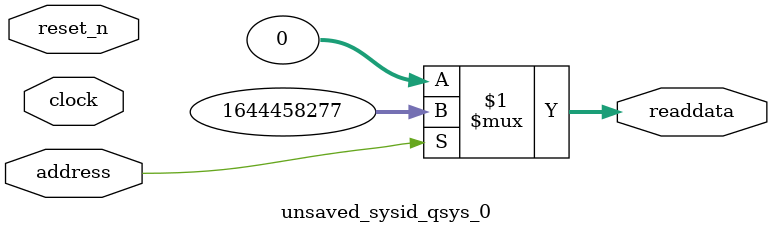
<source format=v>



// synthesis translate_off
`timescale 1ns / 1ps
// synthesis translate_on

// turn off superfluous verilog processor warnings 
// altera message_level Level1 
// altera message_off 10034 10035 10036 10037 10230 10240 10030 

module unsaved_sysid_qsys_0 (
               // inputs:
                address,
                clock,
                reset_n,

               // outputs:
                readdata
             )
;

  output  [ 31: 0] readdata;
  input            address;
  input            clock;
  input            reset_n;

  wire    [ 31: 0] readdata;
  //control_slave, which is an e_avalon_slave
  assign readdata = address ? 1644458277 : 0;

endmodule



</source>
